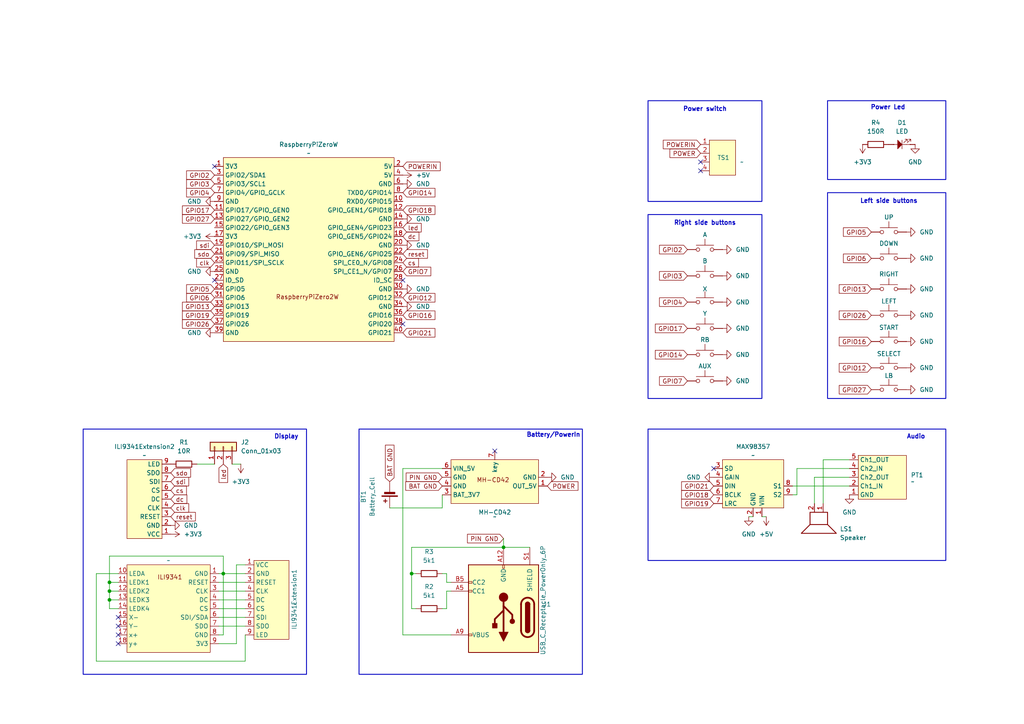
<source format=kicad_sch>
(kicad_sch (version 20231120) (generator "eeschema") (generator_version "8.0")
  (paper "A4")
  (lib_symbols
    (symbol "Connector:USB_C_Receptacle_PowerOnly_6P" (pin_names (offset 1.016))
      (property "Reference" "J" (at 0 16.51 0))
      (property "Value" "USB_C_Receptacle_PowerOnly_6P" (at 0 13.97 0))
      (symbol "USB_C_Receptacle_PowerOnly_6P_0_0"
        (rectangle (start -0.254 -12.7) (end 0.254 -11.684))
        (rectangle (start 10.16 -7.366) (end 9.144 -7.874))
        (rectangle (start 10.16 -4.826) (end 9.144 -5.334))
        (rectangle (start 10.16 7.874) (end 9.144 7.366))
      )
      (symbol "USB_C_Receptacle_PowerOnly_6P_0_1"
        (rectangle (start -10.16 12.7) (end 10.16 -12.7) (stroke (width 0.254)) (fill (type background)))
        (arc (start -8.89 -1.27) (mid -6.985 -3.1667) (end -5.08 -1.27) (stroke (width 0.508)))
        (arc (start -7.62 -1.27) (mid -6.985 -1.9023) (end -6.35 -1.27) (stroke (width 0.254)))
        (arc (start -7.62 -1.27) (mid -6.985 -1.9023) (end -6.35 -1.27) (stroke (width 0.254)) (fill (type outline)))
        (rectangle (start -7.62 -1.27) (end -6.35 6.35) (stroke (width 0.254)) (fill (type outline)))
        (arc (start -6.35 6.35) (mid -6.985 6.9823) (end -7.62 6.35) (stroke (width 0.254)))
        (arc (start -6.35 6.35) (mid -6.985 6.9823) (end -7.62 6.35) (stroke (width 0.254)) (fill (type outline)))
        (arc (start -5.08 6.35) (mid -6.985 8.2467) (end -8.89 6.35) (stroke (width 0.508)))
        (circle (center -2.54 3.683) (radius 0.635) (stroke (width 0.254)) (fill (type outline)))
        (circle (center 0 -3.302) (radius 1.27) (fill (type outline)))
        (polyline (pts (xy -8.89 -1.27) (xy -8.89 6.35)) (stroke (width 0.508)))
        (polyline (pts (xy -5.08 6.35) (xy -5.08 -1.27)) (stroke (width 0.508)))
        (polyline (pts (xy 0 -3.302) (xy 0 6.858)) (stroke (width 0.508)))
        (polyline (pts (xy 0 -0.762) (xy -2.54 1.778) (xy -2.54 3.048)) (stroke (width 0.508)))
        (polyline (pts (xy 0 0.508) (xy 2.54 3.048) (xy 2.54 4.318)) (stroke (width 0.508)))
        (polyline (pts (xy -1.27 6.858) (xy 0 9.398) (xy 1.27 6.858) (xy -1.27 6.858)) (stroke (width 0.254)) (fill (type outline)))
        (rectangle (start 1.905 4.318) (end 3.175 5.588) (stroke (width 0.254)) (fill (type outline)))
      )
      (symbol "USB_C_Receptacle_PowerOnly_6P_1_1"
        (pin passive line (at 0 -17.78 90) (length 5.08) (name "GND") (number "A12"))
        (pin bidirectional line (at 15.24 -5.08 180) (length 5.08) (name "CC1") (number "A5"))
        (pin passive line (at 15.24 7.62 180) (length 5.08) (name "VBUS") (number "A9"))
        (pin passive line (at 0 -17.78 90) (length 5.08) hide (name "GND") (number "B12"))
        (pin bidirectional line (at 15.24 -7.62 180) (length 5.08) (name "CC2") (number "B5"))
        (pin passive line (at 15.24 7.62 180) (length 5.08) hide (name "VBUS") (number "B9"))
        (pin passive line (at -7.62 -17.78 90) (length 5.08) (name "SHIELD") (number "S1"))
      )
    )
    (symbol "Connector_Generic:Conn_01x03" (pin_names (offset 1.016) hide)
      (property "Reference" "J" (at 0 5.08 0))
      (property "Value" "Conn_01x03" (at 0 -5.08 0))
      (symbol "Conn_01x03_1_1"
        (rectangle (start -1.27 -2.413) (end 0 -2.667) (stroke (width 0.1524)))
        (rectangle (start -1.27 0.127) (end 0 -0.127) (stroke (width 0.1524)))
        (rectangle (start -1.27 2.667) (end 0 2.413) (stroke (width 0.1524)))
        (rectangle (start -1.27 3.81) (end 1.27 -3.81) (stroke (width 0.254)) (fill (type background)))
        (pin passive line (at -5.08 2.54 0) (length 3.81) (name "Pin_1") (number "1"))
        (pin passive line (at -5.08 0 0) (length 3.81) (name "Pin_2") (number "2"))
        (pin passive line (at -5.08 -2.54 0) (length 3.81) (name "Pin_3") (number "3"))
      )
    )
    (symbol "CustomModules:MAX98357"
      (property "Reference" "MAX98357" (at 0 0 0))
      (symbol "MAX98357_1_1"
        (rectangle (start -10.16 3.81) (end 7.62 -10.16) (fill (type background)))
        (pin power_in line (at 1.27 -12.7 90) (length 2.54) (name "VIN") (number "1"))
        (pin power_in line (at -1.27 -12.7 90) (length 2.54) (name "GND") (number "2"))
        (pin bidirectional line (at -12.7 1.27 0) (length 2.54) (name "SD") (number "3"))
        (pin bidirectional line (at -12.7 -1.27 0) (length 2.54) (name "GAIN") (number "4"))
        (pin bidirectional line (at -12.7 -3.81 0) (length 2.54) (name "DIN") (number "5"))
        (pin bidirectional line (at -12.7 -6.35 0) (length 2.54) (name "BCLK") (number "6"))
        (pin bidirectional line (at -12.7 -8.89 0) (length 2.54) (name "LRC") (number "7"))
        (pin output line (at 10.16 -3.81 180) (length 2.54) (name "S1") (number "8"))
        (pin output line (at 10.16 -6.35 180) (length 2.54) (name "S2") (number "9"))
      )
    )
    (symbol "CustomModules:MH-CD42"
      (property "Reference" "MH-CD42" (at 0.508 1.778 0))
      (symbol "MH-CD42_1_1"
        (rectangle (start -13.97 6.35) (end 11.43 -6.35) (fill (type background)))
        (text "MH-CD42" (at -0.762 -0.508 0) (effects (font (size 1.27 1.27))))
        (pin power_out line (at -16.51 1.27 0) (length 2.54) (name "OUT_5V") (number "1"))
        (pin power_in line (at -16.51 -1.27 0) (length 2.54) (name "GND") (number "2"))
        (pin power_in line (at 13.97 3.81 180) (length 2.54) (name "BAT_3V7") (number "3"))
        (pin power_in line (at 13.97 1.27 180) (length 2.54) (name "GND") (number "4"))
        (pin power_in line (at 13.97 -1.27 180) (length 2.54) (name "GND") (number "5"))
        (pin power_in line (at 13.97 -3.81 180) (length 2.54) (name "VIN_5V") (number "6"))
        (pin passive line (at -1.27 -8.89 90) (length 2.54) (name "key") (number "7"))
      )
    )
    (symbol "CustomModules:Pot_B103"
      (property "Reference" "B103" (at 0.508 2.54 0))
      (symbol "Pot_B103_1_1"
        (rectangle (start -2.54 6.35) (end 11.43 -6.35) (fill (type background)))
        (pin power_in line (at 13.97 5.08 180) (length 2.54) (name "GND") (number "1"))
        (pin input line (at 13.97 2.54 180) (length 2.54) (name "Ch1_IN") (number "2"))
        (pin output line (at 13.97 0 180) (length 2.54) (name "Ch2_OUT") (number "3"))
        (pin input line (at 13.97 -2.54 180) (length 2.54) (name "Ch2_IN") (number "4"))
        (pin output line (at 13.97 -5.08 180) (length 2.54) (name "Ch1_OUT") (number "5"))
      )
    )
    (symbol "CustomModules:gba_toggle_switch"
      (property "Reference" "TS" (at 6.096 -8.89 0))
      (symbol "gba_toggle_switch_1_1"
        (rectangle (start 2.54 -3.81) (end 10.16 -13.97) (fill (type background)))
        (pin input line (at 0 -5.08 0) (length 2.54) (name "") (number "1"))
        (pin input line (at 0 -7.62 0) (length 2.54) (name "") (number "2"))
        (pin input line (at 0 -10.16 0) (length 2.54) (name "") (number "3"))
        (pin input line (at 0 -12.7 0) (length 2.54) (name "") (number "4"))
      )
    )
    (symbol "Device:Battery_Cell" (pin_numbers hide) (pin_names (offset 0) hide)
      (property "Reference" "BT" (at 2.54 2.54 0))
      (property "Value" "Battery_Cell" (at 2.54 0 0))
      (symbol "Battery_Cell_0_1"
        (rectangle (start -2.286 1.778) (end 2.286 1.524) (fill (type outline)))
        (rectangle (start -1.524 1.016) (end 1.524 0.508) (fill (type outline)))
        (polyline (pts (xy 0 0.762) (xy 0 0)))
        (polyline (pts (xy 0 1.778) (xy 0 2.54)))
        (polyline (pts (xy 0.762 3.048) (xy 1.778 3.048)) (stroke (width 0.254)))
        (polyline (pts (xy 1.27 3.556) (xy 1.27 2.54)) (stroke (width 0.254)))
      )
      (symbol "Battery_Cell_1_1"
        (pin passive line (at 0 5.08 270) (length 2.54) (name "+") (number "1"))
        (pin passive line (at 0 -2.54 90) (length 2.54) (name "-") (number "2"))
      )
    )
    (symbol "Device:Speaker" (pin_names (offset 0) hide)
      (property "Reference" "LS" (at 1.27 5.715 0))
      (property "Value" "Speaker" (at 1.27 3.81 0))
      (symbol "Speaker_0_0"
        (rectangle (start -2.54 1.27) (end 1.016 -3.81) (stroke (width 0.254)))
        (polyline (pts (xy 1.016 1.27) (xy 3.556 3.81) (xy 3.556 -6.35) (xy 1.016 -3.81)) (stroke (width 0.254)))
      )
      (symbol "Speaker_1_1"
        (pin input line (at -5.08 0 0) (length 2.54) (name "1") (number "1"))
        (pin input line (at -5.08 -2.54 0) (length 2.54) (name "2") (number "2"))
      )
    )
    (symbol "ILI9341 8pin_extension_2"
      (property "Reference" "ILI9341Extension1" (at 10.16 -3.1749 0))
      (property "Value" "~" (at 10.16 -5.08 0))
      (symbol "ILI9341 8pin_extension_2_1_1"
        (rectangle (start -1.27 7.62) (end 8.89 -15.24) (fill (type background)))
        (pin bidirectional line (at -3.81 6.35 0) (length 2.54) (name "VCC") (number "1"))
        (pin bidirectional line (at -3.81 3.81 0) (length 2.54) (name "GND") (number "2"))
        (pin bidirectional line (at -3.81 1.27 0) (length 2.54) (name "RESET") (number "3"))
        (pin bidirectional line (at -3.81 -1.27 0) (length 2.54) (name "CLK") (number "4"))
        (pin bidirectional line (at -3.81 -3.81 0) (length 2.54) (name "DC") (number "5"))
        (pin bidirectional line (at -3.81 -6.35 0) (length 2.54) (name "CS") (number "6"))
        (pin bidirectional line (at -3.81 -8.89 0) (length 2.54) (name "SDI") (number "7"))
        (pin bidirectional line (at -3.81 -11.43 0) (length 2.54) (name "SDO") (number "8"))
        (pin bidirectional line (at -3.81 -13.97 0) (length 2.54) (name "LED") (number "9"))
      )
    )
    (symbol "PCM_SL_Devices:LED"
      (property "Reference" "D" (at -0.508 5.334 0))
      (property "Value" "LED" (at -0.508 2.794 0))
      (symbol "LED_0_1"
        (polyline (pts (xy -1.27 0) (xy -2.54 0)))
        (polyline (pts (xy 0 1.27) (xy 0 -1.27)))
        (polyline (pts (xy 0.508 0.508) (xy 1.524 1.524)))
        (polyline (pts (xy 1.27 0) (xy 2.54 0)))
        (polyline (pts (xy 1.524 0.508) (xy 2.54 1.524)))
        (polyline (pts (xy 1.524 1.524) (xy 0.889 1.524)))
        (polyline (pts (xy 1.524 1.524) (xy 1.524 0.889)))
        (polyline (pts (xy 2.54 1.524) (xy 1.905 1.524)))
        (polyline (pts (xy 2.54 1.524) (xy 2.54 0.889)))
        (polyline (pts (xy 0 0) (xy -1.27 -1.27) (xy -1.27 1.27) (xy 0 0) (xy 1.27 0)) (fill (type outline)))
      )
      (symbol "LED_1_1"
        (pin passive line (at 3.81 0 180) (length 1.5) (name "~") (number "1"))
        (pin passive line (at -3.81 0 0) (length 1.5) (name "") (number "2"))
      )
    )
    (symbol "PCM_SL_Resistors:Resistor"
      (property "Reference" "R" (at 0 5.08 0))
      (property "Value" "Resistor" (at 0 2.54 0))
      (symbol "Resistor_0_1"
        (rectangle (start -2.286 0.889) (end 2.286 -0.889) (stroke (width 0.24)))
      )
      (symbol "Resistor_1_1"
        (pin passive line (at -3.81 0 0) (length 1.5) (name "") (number "1"))
        (pin passive line (at 3.81 0 180) (length 1.5) (name "~") (number "2"))
      )
    )
    (symbol "RaspberryPi:Raspberry_Pi_Zero_2_W"
      (property "Reference" "RaspberryPiZero2W" (at 7.874 -0.508 0))
      (symbol "Raspberry_Pi_Zero_2_W_1_0"
        (pin bidirectional line (at -19.05 29.21 0) (length 2.54) (name "GPIO3/SCL1") (number "5"))
      )
      (symbol "Raspberry_Pi_Zero_2_W_1_1"
        (rectangle (start -16.51 36.83) (end 33.02 -16.51) (fill (type background)))
        (text "RaspberryPiZero2W" (at 7.874 -3.556 0) (effects (font (size 1.27 1.27))))
        (pin power_in line (at -19.05 34.29 0) (length 2.54) (name "3V3") (number "1"))
        (pin bidirectional line (at 35.56 24.13 180) (length 2.54) (name "RXD0/GPIO15") (number "10"))
        (pin bidirectional line (at -19.05 21.59 0) (length 2.54) (name "GPIO17/GPIO_GEN0") (number "11"))
        (pin bidirectional line (at 35.56 21.59 180) (length 2.54) (name "GPIO_GEN1/GPIO18") (number "12"))
        (pin bidirectional line (at -19.05 19.05 0) (length 2.54) (name "GPIO27/GPIO_GEN2") (number "13"))
        (pin power_in line (at 35.56 19.05 180) (length 2.54) (name "GND") (number "14"))
        (pin bidirectional line (at -19.05 16.51 0) (length 2.54) (name "GPIO22/GPIO_GEN3") (number "15"))
        (pin bidirectional line (at 35.56 16.51 180) (length 2.54) (name "GPIO_GEN4/GPIO23") (number "16"))
        (pin power_in line (at -19.05 13.97 0) (length 2.54) (name "3V3") (number "17"))
        (pin bidirectional line (at 35.56 13.97 180) (length 2.54) (name "GPIO_GEN5/GPIO24") (number "18"))
        (pin bidirectional line (at -19.05 11.43 0) (length 2.54) (name "GPIO10/SPI_MOSI") (number "19"))
        (pin power_in line (at 35.56 34.29 180) (length 2.54) (name "5V") (number "2"))
        (pin power_in line (at 35.56 11.43 180) (length 2.54) (name "GND") (number "20"))
        (pin bidirectional line (at -19.05 8.89 0) (length 2.54) (name "GPIO9/SPI_MISO") (number "21"))
        (pin bidirectional line (at 35.56 8.89 180) (length 2.54) (name "GPIO_GEN6/GPIO25") (number "22"))
        (pin bidirectional line (at -19.05 6.35 0) (length 2.54) (name "GPIO11/SPI_SCLK") (number "23"))
        (pin bidirectional line (at 35.56 6.35 180) (length 2.54) (name "SPI_CE0_N/GPIO8") (number "24"))
        (pin power_in line (at -19.05 3.81 0) (length 2.54) (name "GND") (number "25"))
        (pin bidirectional line (at 35.56 3.81 180) (length 2.54) (name "SPI_CE1_N/GPIO7") (number "26"))
        (pin bidirectional line (at -19.05 1.27 0) (length 2.54) (name "ID_SD") (number "27"))
        (pin bidirectional line (at 35.56 1.27 180) (length 2.54) (name "ID_SC") (number "28"))
        (pin bidirectional line (at -19.05 -1.27 0) (length 2.54) (name "GPIO5") (number "29"))
        (pin bidirectional line (at -19.05 31.75 0) (length 2.54) (name "GPIO2/SDA1") (number "3"))
        (pin power_in line (at 35.56 -1.27 180) (length 2.54) (name "GND") (number "30"))
        (pin bidirectional line (at -19.05 -3.81 0) (length 2.54) (name "GPIO6") (number "31"))
        (pin bidirectional line (at 35.56 -3.81 180) (length 2.54) (name "GPIO12") (number "32"))
        (pin bidirectional line (at -19.05 -6.35 0) (length 2.54) (name "GPIO13") (number "33"))
        (pin power_in line (at 35.56 -6.35 180) (length 2.54) (name "GND") (number "34"))
        (pin bidirectional line (at -19.05 -8.89 0) (length 2.54) (name "GPIO19") (number "35"))
        (pin bidirectional line (at 35.56 -8.89 180) (length 2.54) (name "GPIO16") (number "36"))
        (pin bidirectional line (at -19.05 -11.43 0) (length 2.54) (name "GPIO26") (number "37"))
        (pin bidirectional line (at 35.56 -11.43 180) (length 2.54) (name "GPIO20") (number "38"))
        (pin power_in line (at -19.05 -13.97 0) (length 2.54) (name "GND") (number "39"))
        (pin power_in line (at 35.56 31.75 180) (length 2.54) (name "5V") (number "4"))
        (pin bidirectional line (at 35.56 -13.97 180) (length 2.54) (name "GPIO21") (number "40"))
        (pin power_in line (at 35.56 29.21 180) (length 2.54) (name "GND") (number "6"))
        (pin bidirectional line (at -19.05 26.67 0) (length 2.54) (name "GPIO4/GPIO_GCLK") (number "7"))
        (pin bidirectional line (at 35.56 26.67 180) (length 2.54) (name "TXD0/GPIO14") (number "8"))
        (pin power_in line (at -19.05 24.13 0) (length 2.54) (name "GND") (number "9"))
      )
    )
    (symbol "Switch:SW_Push" (pin_numbers hide) (pin_names (offset 1.016) hide)
      (property "Reference" "SW" (at 1.27 2.54 0))
      (property "Value" "SW_Push" (at 0 -1.524 0))
      (symbol "SW_Push_0_1"
        (circle (center -2.032 0) (radius 0.508))
        (polyline (pts (xy 0 1.27) (xy 0 3.048)))
        (polyline (pts (xy 2.54 1.27) (xy -2.54 1.27)))
        (circle (center 2.032 0) (radius 0.508))
        (pin passive line (at -5.08 0 0) (length 2.54) (name "1") (number "1"))
        (pin passive line (at 5.08 0 180) (length 2.54) (name "2") (number "2"))
      )
    )
    (symbol "displays:ILI9341"
      (property "Reference" "ILI9341" (at 18.796 24.892 0))
      (symbol "ILI9341_1_1"
        (rectangle (start 6.35 26.67) (end 30.48 1.27) (fill (type background)))
        (text "ILI9341" (at 18.796 23.114 0) (effects (font (size 1.27 1.27))))
        (pin power_in line (at 33.02 24.13 180) (length 2.54) (name "GND") (number "1"))
        (pin bidirectional line (at 3.81 24.13 0) (length 2.54) (name "LEDA") (number "10"))
        (pin bidirectional line (at 3.81 21.59 0) (length 2.54) (name "LEDK1") (number "11"))
        (pin bidirectional line (at 3.81 19.05 0) (length 2.54) (name "LEDK2") (number "12"))
        (pin bidirectional line (at 3.81 16.51 0) (length 2.54) (name "LEDK3") (number "13"))
        (pin bidirectional line (at 3.81 13.97 0) (length 2.54) (name "LEDK4") (number "14"))
        (pin bidirectional line (at 3.81 11.43 0) (length 2.54) (name "X-") (number "15"))
        (pin bidirectional line (at 3.81 8.89 0) (length 2.54) (name "Y-") (number "16"))
        (pin bidirectional line (at 3.81 6.35 0) (length 2.54) (name "x+") (number "17"))
        (pin bidirectional line (at 3.81 3.81 0) (length 2.54) (name "y+") (number "18"))
        (pin bidirectional line (at 33.02 21.59 180) (length 2.54) (name "RESET") (number "2"))
        (pin bidirectional line (at 33.02 19.05 180) (length 2.54) (name "CLK") (number "3"))
        (pin bidirectional line (at 33.02 16.51 180) (length 2.54) (name "DC") (number "4"))
        (pin bidirectional line (at 33.02 13.97 180) (length 2.54) (name "CS") (number "5"))
        (pin input line (at 33.02 11.43 180) (length 2.54) (name "SDI/SDA") (number "6"))
        (pin output line (at 33.02 8.89 180) (length 2.54) (name "SDO") (number "7"))
        (pin power_in line (at 33.02 6.35 180) (length 2.54) (name "GND") (number "8"))
        (pin power_in line (at 33.02 3.81 180) (length 2.54) (name "3V3") (number "9"))
      )
    )
    (symbol "power:+3V3" (power) (pin_numbers hide) (pin_names (offset 0) hide)
      (property "Value" "+3V3" (at 0 3.556 0))
      (symbol "+3V3_0_1"
        (polyline (pts (xy -0.762 1.27) (xy 0 2.54)))
        (polyline (pts (xy 0 0) (xy 0 2.54)))
        (polyline (pts (xy 0 2.54) (xy 0.762 1.27)))
      )
      (symbol "+3V3_1_1"
        (pin power_in line (at 0 0 90) (length 0) (name "~") (number "1"))
      )
    )
    (symbol "power:+5V" (power) (pin_numbers hide) (pin_names (offset 0) hide)
      (property "Value" "+5V" (at 0 3.556 0))
      (symbol "+5V_0_1"
        (polyline (pts (xy -0.762 1.27) (xy 0 2.54)))
        (polyline (pts (xy 0 0) (xy 0 2.54)))
        (polyline (pts (xy 0 2.54) (xy 0.762 1.27)))
      )
      (symbol "+5V_1_1"
        (pin power_in line (at 0 0 90) (length 0) (name "~") (number "1"))
      )
    )
    (symbol "power:GND" (power) (pin_numbers hide) (pin_names (offset 0) hide)
      (property "Value" "GND" (at 0 -3.81 0))
      (symbol "GND_0_1"
        (polyline (pts (xy 0 0) (xy 0 -1.27) (xy 1.27 -1.27) (xy 0 -2.54) (xy -1.27 -1.27) (xy 0 -1.27)))
      )
      (symbol "GND_1_1"
        (pin power_in line (at 0 0 270) (length 0) (name "~") (number "1"))
      )
    )
  )
  (junction (at 31.75 168.91))
  (junction (at 64.77 166.37))
  (junction (at 31.75 171.45))
  (junction (at 146.05 158.75))
  (junction (at 31.75 173.99))
  (junction (at 119.38 166.37))
  (no_connect (at 203.2 46.99))
  (no_connect (at 62.23 81.28))
  (no_connect (at 203.2 49.53))
  (no_connect (at 34.29 186.69))
  (no_connect (at 143.51 130.81))
  (no_connect (at 116.84 81.28))
  (no_connect (at 34.29 181.61))
  (no_connect (at 62.23 48.26))
  (no_connect (at 116.84 93.98))
  (no_connect (at 34.29 179.07))
  (no_connect (at 34.29 184.15))
  (no_connect (at 207.01 135.89))
  (wire (pts (xy 34.29 166.37) (xy 27.94 166.37)))
  (wire (pts (xy 57.15 134.62) (xy 62.23 134.62)))
  (wire (pts (xy 128.27 147.32) (xy 128.27 143.51)))
  (wire (pts (xy 129.54 171.45) (xy 130.81 171.45)))
  (wire (pts (xy 63.5 166.37) (xy 64.77 166.37)))
  (wire (pts (xy 64.77 184.15) (xy 64.77 166.37)))
  (wire (pts (xy 63.5 171.45) (xy 71.12 171.45)))
  (wire (pts (xy 71.12 191.77) (xy 71.12 184.15)))
  (wire (pts (xy 246.38 133.35) (xy 238.76 133.35)))
  (wire (pts (xy 64.77 166.37) (xy 71.12 166.37)))
  (wire (pts (xy 113.03 147.32) (xy 128.27 147.32)))
  (wire (pts (xy 119.38 176.53) (xy 119.38 166.37)))
  (wire (pts (xy 120.65 166.37) (xy 119.38 166.37)))
  (wire (pts (xy 238.76 133.35) (xy 238.76 146.05)))
  (wire (pts (xy 63.5 168.91) (xy 71.12 168.91)))
  (wire (pts (xy 67.31 134.62) (xy 69.85 134.62)))
  (wire (pts (xy 31.75 171.45) (xy 34.29 171.45)))
  (wire (pts (xy 119.38 158.75) (xy 119.38 166.37)))
  (wire (pts (xy 27.94 191.77) (xy 71.12 191.77)))
  (wire (pts (xy 31.75 176.53) (xy 34.29 176.53)))
  (wire (pts (xy 63.5 176.53) (xy 71.12 176.53)))
  (wire (pts (xy 63.5 186.69) (xy 68.58 186.69)))
  (wire (pts (xy 120.65 176.53) (xy 119.38 176.53)))
  (wire (pts (xy 116.84 184.15) (xy 130.81 184.15)))
  (wire (pts (xy 31.75 168.91) (xy 34.29 168.91)))
  (wire (pts (xy 64.77 161.29) (xy 64.77 166.37)))
  (wire (pts (xy 68.58 186.69) (xy 68.58 163.83)))
  (wire (pts (xy 236.22 138.43) (xy 236.22 146.05)))
  (wire (pts (xy 128.27 166.37) (xy 129.54 166.37)))
  (wire (pts (xy 222.25 149.86) (xy 220.98 149.86)))
  (wire (pts (xy 31.75 168.91) (xy 31.75 161.29)))
  (wire (pts (xy 229.87 143.51) (xy 231.14 143.51)))
  (wire (pts (xy 63.5 173.99) (xy 71.12 173.99)))
  (wire (pts (xy 68.58 163.83) (xy 71.12 163.83)))
  (wire (pts (xy 146.05 158.75) (xy 153.67 158.75)))
  (wire (pts (xy 119.38 158.75) (xy 146.05 158.75)))
  (wire (pts (xy 31.75 168.91) (xy 31.75 171.45)))
  (wire (pts (xy 116.84 184.15) (xy 116.84 135.89)))
  (wire (pts (xy 31.75 173.99) (xy 31.75 176.53)))
  (wire (pts (xy 27.94 166.37) (xy 27.94 191.77)))
  (wire (pts (xy 217.17 149.86) (xy 218.44 149.86)))
  (wire (pts (xy 128.27 176.53) (xy 129.54 176.53)))
  (wire (pts (xy 63.5 179.07) (xy 71.12 179.07)))
  (wire (pts (xy 146.05 156.21) (xy 146.05 158.75)))
  (wire (pts (xy 229.87 140.97) (xy 246.38 140.97)))
  (wire (pts (xy 116.84 135.89) (xy 128.27 135.89)))
  (wire (pts (xy 31.75 173.99) (xy 34.29 173.99)))
  (wire (pts (xy 63.5 184.15) (xy 64.77 184.15)))
  (wire (pts (xy 63.5 181.61) (xy 71.12 181.61)))
  (wire (pts (xy 129.54 176.53) (xy 129.54 171.45)))
  (wire (pts (xy 246.38 138.43) (xy 236.22 138.43)))
  (wire (pts (xy 231.14 143.51) (xy 231.14 135.89)))
  (wire (pts (xy 129.54 168.91) (xy 130.81 168.91)))
  (wire (pts (xy 31.75 161.29) (xy 64.77 161.29)))
  (wire (pts (xy 231.14 135.89) (xy 246.38 135.89)))
  (wire (pts (xy 31.75 171.45) (xy 31.75 173.99)))
  (wire (pts (xy 129.54 166.37) (xy 129.54 168.91)))
  (rectangle (start 24.13 124.46) (end 88.9 195.58) (stroke (width 0.254)))
  (rectangle (start 240.03 29.21) (end 274.32 52.07) (stroke (width 0.254)))
  (rectangle (start 187.96 62.23) (end 220.98 115.57) (stroke (width 0.254)))
  (rectangle (start 104.14 124.46) (end 168.91 195.58) (stroke (width 0.254)))
  (rectangle (start 187.96 29.21) (end 220.98 58.42) (stroke (width 0.254)))
  (rectangle (start 187.96 124.46) (end 274.32 162.56) (stroke (width 0.254)))
  (rectangle (start 240.03 55.88) (end 274.32 115.57) (stroke (width 0.254)))
  (text "Audio" (at 265.684 126.746 0) (effects (font (size 1.27 1.27) (thickness 0.254) (bold yes))))
  (text "Power Led" (at 257.556 31.242 0) (effects (font (size 1.27 1.27) (thickness 0.254) (bold yes))))
  (text "Right side buttons" (at 204.47 64.77 0) (effects (font (size 1.27 1.27) (thickness 0.254) (bold yes))))
  (text "Power switch\n" (at 204.47 31.75 0) (effects (font (size 1.27 1.27) (thickness 0.254) (bold yes))))
  (text "Display" (at 83.058 126.746 0) (effects (font (size 1.27 1.27) (thickness 0.254) (bold yes))))
  (text "Battery/PowerIn" (at 160.528 126.238 0) (effects (font (size 1.27 1.27) (thickness 0.254) (bold yes))))
  (text "Left side buttons" (at 257.81 58.42 0) (effects (font (size 1.27 1.27) (thickness 0.254) (bold yes))))
  (global_label "GPIO2" (shape input) (at 62.23 50.8 180) (property "Intersheetrefs" "${INTERSHEET_REFS}" (effects (hide yes))))
  (global_label "GPIO4" (shape input) (at 62.23 55.88 180) (property "Intersheetrefs" "${INTERSHEET_REFS}" (effects (hide yes))))
  (global_label "POWER" (shape input) (at 158.75 140.97 0) (property "Intersheetrefs" "${INTERSHEET_REFS}" (effects (hide yes))))
  (global_label "GPIO12" (shape input) (at 252.73 106.68 180) (property "Intersheetrefs" "${INTERSHEET_REFS}" (effects (hide yes))))
  (global_label "led" (shape input) (at 64.77 134.62 270) (property "Intersheetrefs" "${INTERSHEET_REFS}" (effects (hide yes))))
  (global_label "sdi" (shape input) (at 62.23 71.12 180) (property "Intersheetrefs" "${INTERSHEET_REFS}" (effects (hide yes))))
  (global_label "GPIO3" (shape input) (at 199.39 80.01 180) (property "Intersheetrefs" "${INTERSHEET_REFS}" (effects (hide yes))))
  (global_label "PIN GND" (shape input) (at 128.27 138.43 180) (property "Intersheetrefs" "${INTERSHEET_REFS}" (effects (hide yes))))
  (global_label "GPIO26" (shape input) (at 62.23 93.98 180) (property "Intersheetrefs" "${INTERSHEET_REFS}" (effects (hide yes))))
  (global_label "GPIO18" (shape input) (at 116.84 60.96 0) (property "Intersheetrefs" "${INTERSHEET_REFS}" (effects (hide yes))))
  (global_label "GPIO16" (shape input) (at 116.84 91.44 0) (property "Intersheetrefs" "${INTERSHEET_REFS}" (effects (hide yes))))
  (global_label "GPIO26" (shape input) (at 252.73 91.44 180) (property "Intersheetrefs" "${INTERSHEET_REFS}" (effects (hide yes))))
  (global_label "POWERIN" (shape input) (at 203.2 41.91 180) (property "Intersheetrefs" "${INTERSHEET_REFS}" (effects (hide yes))))
  (global_label "reset" (shape input) (at 49.53 149.86 0) (property "Intersheetrefs" "${INTERSHEET_REFS}" (effects (hide yes))))
  (global_label "sdo" (shape input) (at 62.23 73.66 180) (property "Intersheetrefs" "${INTERSHEET_REFS}" (effects (hide yes))))
  (global_label "GPIO5" (shape input) (at 252.73 67.31 180) (property "Intersheetrefs" "${INTERSHEET_REFS}" (effects (hide yes))))
  (global_label "PIN GND" (shape input) (at 146.05 156.21 180) (property "Intersheetrefs" "${INTERSHEET_REFS}" (effects (hide yes))))
  (global_label "GPIO2" (shape input) (at 199.39 72.39 180) (property "Intersheetrefs" "${INTERSHEET_REFS}" (effects (hide yes))))
  (global_label "BAT GND" (shape input) (at 128.27 140.97 180) (property "Intersheetrefs" "${INTERSHEET_REFS}" (effects (hide yes))))
  (global_label "clk" (shape input) (at 62.23 76.2 180) (property "Intersheetrefs" "${INTERSHEET_REFS}" (effects (hide yes))))
  (global_label "GPIO27" (shape input) (at 62.23 63.5 180) (property "Intersheetrefs" "${INTERSHEET_REFS}" (effects (hide yes))))
  (global_label "dc" (shape input) (at 49.53 144.78 0) (property "Intersheetrefs" "${INTERSHEET_REFS}" (effects (hide yes))))
  (global_label "GPIO17" (shape input) (at 62.23 60.96 180) (property "Intersheetrefs" "${INTERSHEET_REFS}" (effects (hide yes))))
  (global_label "dc" (shape input) (at 116.84 68.58 0) (property "Intersheetrefs" "${INTERSHEET_REFS}" (effects (hide yes))))
  (global_label "GPIO21" (shape input) (at 207.01 140.97 180) (property "Intersheetrefs" "${INTERSHEET_REFS}" (effects (hide yes))))
  (global_label "BAT GND" (shape input) (at 113.03 139.7 90) (property "Intersheetrefs" "${INTERSHEET_REFS}" (effects (hide yes))))
  (global_label "GPIO14" (shape input) (at 199.39 102.87 180) (property "Intersheetrefs" "${INTERSHEET_REFS}" (effects (hide yes))))
  (global_label "GPIO13" (shape input) (at 252.73 83.82 180) (property "Intersheetrefs" "${INTERSHEET_REFS}" (effects (hide yes))))
  (global_label "GPIO13" (shape input) (at 62.23 88.9 180) (property "Intersheetrefs" "${INTERSHEET_REFS}" (effects (hide yes))))
  (global_label "cs" (shape input) (at 116.84 76.2 0) (property "Intersheetrefs" "${INTERSHEET_REFS}" (effects (hide yes))))
  (global_label "POWERIN" (shape input) (at 116.84 48.26 0) (property "Intersheetrefs" "${INTERSHEET_REFS}" (effects (hide yes))))
  (global_label "GPIO16" (shape input) (at 252.73 99.06 180) (property "Intersheetrefs" "${INTERSHEET_REFS}" (effects (hide yes))))
  (global_label "GPIO7" (shape input) (at 116.84 78.74 0) (property "Intersheetrefs" "${INTERSHEET_REFS}" (effects (hide yes))))
  (global_label "GPIO27" (shape input) (at 252.73 113.03 180) (property "Intersheetrefs" "${INTERSHEET_REFS}" (effects (hide yes))))
  (global_label "GPIO21" (shape input) (at 116.84 96.52 0) (property "Intersheetrefs" "${INTERSHEET_REFS}" (effects (hide yes))))
  (global_label "GPIO18" (shape input) (at 207.01 143.51 180) (property "Intersheetrefs" "${INTERSHEET_REFS}" (effects (hide yes))))
  (global_label "sdi" (shape input) (at 49.53 139.7 0) (property "Intersheetrefs" "${INTERSHEET_REFS}" (effects (hide yes))))
  (global_label "reset" (shape input) (at 116.84 73.66 0) (property "Intersheetrefs" "${INTERSHEET_REFS}" (effects (hide yes))))
  (global_label "GPIO4" (shape input) (at 199.39 87.63 180) (property "Intersheetrefs" "${INTERSHEET_REFS}" (effects (hide yes))))
  (global_label "GPIO6" (shape input) (at 62.23 86.36 180) (property "Intersheetrefs" "${INTERSHEET_REFS}" (effects (hide yes))))
  (global_label "GPIO19" (shape input) (at 207.01 146.05 180) (property "Intersheetrefs" "${INTERSHEET_REFS}" (effects (hide yes))))
  (global_label "GPIO14" (shape input) (at 116.84 55.88 0) (property "Intersheetrefs" "${INTERSHEET_REFS}" (effects (hide yes))))
  (global_label "GPIO12" (shape input) (at 116.84 86.36 0) (property "Intersheetrefs" "${INTERSHEET_REFS}" (effects (hide yes))))
  (global_label "clk" (shape input) (at 49.53 147.32 0) (property "Intersheetrefs" "${INTERSHEET_REFS}" (effects (hide yes))))
  (global_label "GPIO5" (shape input) (at 62.23 83.82 180) (property "Intersheetrefs" "${INTERSHEET_REFS}" (effects (hide yes))))
  (global_label "led" (shape input) (at 116.84 66.04 0) (property "Intersheetrefs" "${INTERSHEET_REFS}" (effects (hide yes))))
  (global_label "GPIO7" (shape input) (at 199.39 110.49 180) (property "Intersheetrefs" "${INTERSHEET_REFS}" (effects (hide yes))))
  (global_label "GPIO17" (shape input) (at 199.39 95.25 180) (property "Intersheetrefs" "${INTERSHEET_REFS}" (effects (hide yes))))
  (global_label "sdo" (shape input) (at 49.53 137.16 0) (property "Intersheetrefs" "${INTERSHEET_REFS}" (effects (hide yes))))
  (global_label "cs" (shape input) (at 49.53 142.24 0) (property "Intersheetrefs" "${INTERSHEET_REFS}" (effects (hide yes))))
  (global_label "GPIO6" (shape input) (at 252.73 74.93 180) (property "Intersheetrefs" "${INTERSHEET_REFS}" (effects (hide yes))))
  (global_label "GPIO3" (shape input) (at 62.23 53.34 180) (property "Intersheetrefs" "${INTERSHEET_REFS}" (effects (hide yes))))
  (global_label "POWER" (shape input) (at 203.2 44.45 180) (property "Intersheetrefs" "${INTERSHEET_REFS}" (effects (hide yes))))
  (global_label "GPIO19" (shape input) (at 62.23 91.44 180) (property "Intersheetrefs" "${INTERSHEET_REFS}" (effects (hide yes))))
  (symbol (lib_id "PCM_SL_Resistors:Resistor") (at 254 41.91 0) (unit 1)
    (property "Reference" "R4" (at 254 35.56 0))
    (property "Value" "150R" (at 254 38.1 0))
    (property "Footprint" "Resistor_THT:R_Axial_DIN0207_L6.3mm_D2.5mm_P10.16mm_Horizontal" (effects (hide yes)))
    (property "Description" "1/4W Resistor" (effects (hide yes)))
  )
  (symbol (lib_id "power:+5V") (at 116.84 50.8 270) (unit 1)
    (property "Reference" "#PWR034" (effects (hide yes)))
    (property "Value" "+5V" (at 120.65 50.7999 90) (effects (justify left)))
    (property "Description" "Power symbol creates a global label with name \"+5V\"" (effects (hide yes)))
  )
  (symbol (lib_id "power:+3V3") (at 69.85 134.62 180) (unit 1)
    (property "Reference" "#PWR038" (effects (hide yes)))
    (property "Value" "+3V3" (at 69.85 139.7 0))
    (property "Description" "Power symbol creates a global label with name \"+3V3\"" (effects (hide yes)))
  )
  (symbol (lib_id "power:GND") (at 116.84 88.9 90) (unit 1)
    (property "Reference" "#PWR025" (effects (hide yes)))
    (property "Value" "GND" (at 120.65 88.8999 90) (effects (justify right)))
    (property "Description" "Power symbol creates a global label with name \"GND\" , ground" (effects (hide yes)))
  )
  (symbol (lib_id "power:GND") (at 265.43 41.91 0) (unit 1)
    (property "Reference" "#PWR030" (effects (hide yes)))
    (property "Value" "GND" (at 265.43 46.99 0))
    (property "Description" "Power symbol creates a global label with name \"GND\" , ground" (effects (hide yes)))
  )
  (symbol (lib_id "power:GND") (at 246.38 143.51 0) (unit 1)
    (property "Reference" "#PWR037" (effects (hide yes)))
    (property "Value" "GND" (at 246.38 148.59 0))
    (property "Description" "Power symbol creates a global label with name \"GND\" , ground" (effects (hide yes)))
  )
  (symbol (lib_id "power:GND") (at 209.55 87.63 90) (unit 1)
    (property "Reference" "#PWR07" (effects (hide yes)))
    (property "Value" "GND" (at 213.36 87.6299 90) (effects (justify right)))
    (property "Description" "Power symbol creates a global label with name \"GND\" , ground" (effects (hide yes)))
  )
  (symbol (lib_id "displays:ILI9341") (at 30.48 190.5 0) (unit 1)
    (property "Reference" "ILI1" (effects (hide yes)))
    (property "Value" "~" (at 48.895 162.56 0))
    (property "Footprint" "CustomModules:ILI9341 solder pad" (effects (hide yes)))
  )
  (symbol (lib_id "power:GND") (at 62.23 96.52 270) (unit 1)
    (property "Reference" "#PWR021" (effects (hide yes)))
    (property "Value" "GND" (at 58.42 96.5199 90) (effects (justify right)))
    (property "Description" "Power symbol creates a global label with name \"GND\" , ground" (effects (hide yes)))
  )
  (symbol (lib_id "Switch:SW_Push") (at 204.47 80.01 0) (unit 1)
    (property "Reference" "B" (at 204.47 75.692 0))
    (property "Value" "B" (effects (hide yes)))
    (property "Footprint" "CustomModules:gba_button_switch_pad" (effects (hide yes)))
    (property "Description" "Push button switch, generic, two pins" (effects (hide yes)))
  )
  (symbol (lib_id "Switch:SW_Push") (at 257.81 74.93 0) (unit 1)
    (property "Reference" "DOWN" (at 257.81 70.612 0))
    (property "Value" "DOWN" (effects (hide yes)))
    (property "Footprint" "CustomModules:gba_button_switch_pad" (effects (hide yes)))
    (property "Description" "Push button switch, generic, two pins" (effects (hide yes)))
  )
  (symbol (lib_id "power:GND") (at 262.89 83.82 90) (unit 1)
    (property "Reference" "#PWR018" (effects (hide yes)))
    (property "Value" "GND" (at 266.7 83.8199 90) (effects (justify right)))
    (property "Description" "Power symbol creates a global label with name \"GND\" , ground" (effects (hide yes)))
  )
  (symbol (lib_id "power:+5V") (at 222.25 149.86 180) (unit 1)
    (property "Reference" "#PWR035" (effects (hide yes)))
    (property "Value" "+5V" (at 222.25 154.94 0))
    (property "Description" "Power symbol creates a global label with name \"+5V\"" (effects (hide yes)))
  )
  (symbol (lib_id "CustomModules:gba_toggle_switch") (at 203.2 36.83 0) (unit 1)
    (property "Reference" "TS1" (at 208.026 45.72 0) (effects (justify left)))
    (property "Value" "~" (at 214.63 46.99 0) (effects (justify left)))
    (property "Footprint" "CustomModules:Toggle switch" (effects (hide yes)))
  )
  (symbol (lib_id "Switch:SW_Push") (at 257.81 99.06 0) (unit 1)
    (property "Reference" "START" (at 257.81 94.996 0))
    (property "Value" "START" (effects (hide yes)))
    (property "Footprint" "CustomModules:gba_button_stsl" (effects (hide yes)))
    (property "Description" "Push button switch, generic, two pins" (effects (hide yes)))
  )
  (symbol (lib_name "ILI9341 8pin_extension_2") (lib_id "CustomModules:ILI9341 8pin_extension") (at 45.72 148.59 180) (unit 1)
    (property "Reference" "ILI9341Extension2" (at 41.91 129.54 0))
    (property "Value" "~" (at 41.91 132.08 0))
    (property "Footprint" "Connector_PinHeader_2.54mm:PinHeader_1x09_P2.54mm_Vertical" (effects (hide yes)))
  )
  (symbol (lib_id "Switch:SW_Push") (at 257.81 67.31 0) (unit 1)
    (property "Reference" "UP" (at 257.81 62.992 0))
    (property "Value" "UP" (effects (hide yes)))
    (property "Footprint" "CustomModules:gba_button_switch_pad" (effects (hide yes)))
    (property "Description" "Push button switch, generic, two pins" (effects (hide yes)))
  )
  (symbol (lib_id "PCM_SL_Resistors:Resistor") (at 53.34 134.62 0) (unit 1)
    (property "Reference" "R1" (at 53.34 128.27 0))
    (property "Value" "10R" (at 53.34 130.81 0))
    (property "Footprint" "Resistor_THT:R_Axial_DIN0207_L6.3mm_D2.5mm_P10.16mm_Horizontal" (effects (hide yes)))
    (property "Description" "1/4W Resistor" (effects (hide yes)))
  )
  (symbol (lib_id "Switch:SW_Push") (at 257.81 83.82 0) (unit 1)
    (property "Reference" "RIGHT" (at 257.81 79.502 0))
    (property "Value" "RIGHT" (effects (hide yes)))
    (property "Footprint" "CustomModules:gba_button_switch_pad" (effects (hide yes)))
    (property "Description" "Push button switch, generic, two pins" (effects (hide yes)))
  )
  (symbol (lib_id "power:GND") (at 158.75 138.43 90) (unit 1)
    (property "Reference" "#PWR01" (effects (hide yes)))
    (property "Value" "GND" (at 162.56 138.4299 90) (effects (justify right)))
    (property "Description" "Power symbol creates a global label with name \"GND\" , ground" (effects (hide yes)))
  )
  (symbol (lib_id "Connector_Generic:Conn_01x03") (at 64.77 129.54 90) (unit 1)
    (property "Reference" "J2" (at 69.85 128.2699 90) (effects (justify right)))
    (property "Value" "Conn_01x03" (at 69.85 130.8099 90) (effects (justify right)))
    (property "Footprint" "TerminalBlock_TE-Connectivity:TerminalBlock_TE_282834-3_1x03_P2.54mm_Horizontal" (effects (hide yes)))
    (property "Description" "Generic connector, single row, 01x03, script generated (kicad-library-utils/schlib/autogen/connector/)" (effects (hide yes)))
  )
  (symbol (lib_id "CustomModules:MAX98357") (at 219.71 137.16 0) (unit 1)
    (property "Reference" "MAX98357" (at 218.44 129.54 0))
    (property "Value" "~" (at 218.44 132.08 0))
    (property "Footprint" "CustomModules:MAX98357" (effects (hide yes)))
  )
  (symbol (lib_id "Device:Battery_Cell") (at 113.03 142.24 180) (unit 1)
    (property "Reference" "BT1" (at 105.41 144.0815 90))
    (property "Value" "Battery_Cell" (at 107.95 144.0815 90))
    (property "Footprint" "Connector_JST:JST_PH_S2B-PH-K_1x02_P2.00mm_Horizontal" (effects (hide yes)))
    (property "Description" "Single-cell battery" (effects (hide yes)))
  )
  (symbol (lib_id "power:GND") (at 62.23 78.74 270) (unit 1)
    (property "Reference" "#PWR022" (effects (hide yes)))
    (property "Value" "GND" (at 58.42 78.7399 90) (effects (justify right)))
    (property "Description" "Power symbol creates a global label with name \"GND\" , ground" (effects (hide yes)))
  )
  (symbol (lib_id "power:GND") (at 262.89 91.44 90) (unit 1)
    (property "Reference" "#PWR017" (effects (hide yes)))
    (property "Value" "GND" (at 266.7 91.4399 90) (effects (justify right)))
    (property "Description" "Power symbol creates a global label with name \"GND\" , ground" (effects (hide yes)))
  )
  (symbol (lib_id "power:GND") (at 116.84 83.82 90) (unit 1)
    (property "Reference" "#PWR026" (effects (hide yes)))
    (property "Value" "GND" (at 120.65 83.8199 90) (effects (justify right)))
    (property "Description" "Power symbol creates a global label with name \"GND\" , ground" (effects (hide yes)))
  )
  (symbol (lib_id "power:GND") (at 116.84 63.5 90) (unit 1)
    (property "Reference" "#PWR024" (effects (hide yes)))
    (property "Value" "GND" (at 120.65 63.4999 90) (effects (justify right)))
    (property "Description" "Power symbol creates a global label with name \"GND\" , ground" (effects (hide yes)))
  )
  (symbol (lib_id "power:GND") (at 209.55 80.01 90) (unit 1)
    (property "Reference" "#PWR06" (effects (hide yes)))
    (property "Value" "GND" (at 213.36 80.0099 90) (effects (justify right)))
    (property "Description" "Power symbol creates a global label with name \"GND\" , ground" (effects (hide yes)))
  )
  (symbol (lib_id "RaspberryPi:Raspberry_Pi_Zero_2_W") (at 81.28 82.55 0) (unit 1)
    (property "Reference" "RaspberryPiZeroW" (at 89.535 41.91 0))
    (property "Value" "~" (at 89.535 44.45 0))
    (property "Footprint" "CustomModules:RPIZero" (effects (hide yes)))
  )
  (symbol (lib_id "power:GND") (at 217.17 149.86 0) (unit 1)
    (property "Reference" "#PWR02" (effects (hide yes)))
    (property "Value" "GND" (at 217.17 154.94 0))
    (property "Description" "Power symbol creates a global label with name \"GND\" , ground" (effects (hide yes)))
  )
  (symbol (lib_id "power:GND") (at 262.89 113.03 90) (unit 1)
    (property "Reference" "#PWR014" (effects (hide yes)))
    (property "Value" "GND" (at 266.7 113.0299 90) (effects (justify right)))
    (property "Description" "Power symbol creates a global label with name \"GND\" , ground" (effects (hide yes)))
  )
  (symbol (lib_id "Switch:SW_Push") (at 204.47 95.25 0) (unit 1)
    (property "Reference" "Y" (at 204.47 90.932 0))
    (property "Value" "Y" (effects (hide yes)))
    (property "Footprint" "CustomModules:gba_button_switch_pad" (effects (hide yes)))
    (property "Description" "Push button switch, generic, two pins" (effects (hide yes)))
  )
  (symbol (lib_id "Switch:SW_Push") (at 204.47 72.39 0) (unit 1)
    (property "Reference" "A" (at 204.47 68.072 0))
    (property "Value" "A" (effects (hide yes)))
    (property "Footprint" "CustomModules:gba_button_switch_pad" (effects (hide yes)))
    (property "Description" "Push button switch, generic, two pins" (effects (hide yes)))
  )
  (symbol (lib_id "CustomModules:MH-CD42") (at 142.24 139.7 180) (unit 1)
    (property "Reference" "MH-CD42" (at 143.51 148.59 0))
    (property "Value" "~" (at 143.51 149.86 0))
    (property "Footprint" "CustomModules:MH-CD42" (effects (hide yes)))
  )
  (symbol (lib_id "Device:Speaker") (at 238.76 151.13 270) (unit 1)
    (property "Reference" "LS1" (at 243.586 153.416 90) (effects (justify left)))
    (property "Value" "Speaker" (at 243.586 155.956 90) (effects (justify left)))
    (property "Footprint" "TestPoint:TestPoint_2Pads_Pitch5.08mm_Drill1.3mm" (effects (hide yes)))
    (property "Description" "Speaker" (effects (hide yes)))
  )
  (symbol (lib_id "power:GND") (at 209.55 102.87 90) (unit 1)
    (property "Reference" "#PWR013" (effects (hide yes)))
    (property "Value" "GND" (at 213.36 102.8699 90) (effects (justify right)))
    (property "Description" "Power symbol creates a global label with name \"GND\" , ground" (effects (hide yes)))
  )
  (symbol (lib_id "power:GND") (at 262.89 74.93 90) (unit 1)
    (property "Reference" "#PWR019" (effects (hide yes)))
    (property "Value" "GND" (at 266.7 74.9299 90) (effects (justify right)))
    (property "Description" "Power symbol creates a global label with name \"GND\" , ground" (effects (hide yes)))
  )
  (symbol (lib_id "power:GND") (at 262.89 67.31 90) (unit 1)
    (property "Reference" "#PWR020" (effects (hide yes)))
    (property "Value" "GND" (at 266.7 67.3099 90) (effects (justify right)))
    (property "Description" "Power symbol creates a global label with name \"GND\" , ground" (effects (hide yes)))
  )
  (symbol (lib_id "power:GND") (at 209.55 72.39 90) (unit 1)
    (property "Reference" "#PWR05" (effects (hide yes)))
    (property "Value" "GND" (at 213.36 72.3899 90) (effects (justify right)))
    (property "Description" "Power symbol creates a global label with name \"GND\" , ground" (effects (hide yes)))
  )
  (symbol (lib_id "power:GND") (at 116.84 71.12 90) (unit 1)
    (property "Reference" "#PWR029" (effects (hide yes)))
    (property "Value" "GND" (at 120.65 71.1199 90) (effects (justify right)))
    (property "Description" "Power symbol creates a global label with name \"GND\" , ground" (effects (hide yes)))
  )
  (symbol (lib_id "power:+3V3") (at 250.19 41.91 180) (unit 1)
    (property "Reference" "#PWR036" (effects (hide yes)))
    (property "Value" "+3V3" (at 250.19 46.99 0))
    (property "Description" "Power symbol creates a global label with name \"+3V3\"" (effects (hide yes)))
  )
  (symbol (lib_id "power:GND") (at 209.55 95.25 90) (unit 1)
    (property "Reference" "#PWR012" (effects (hide yes)))
    (property "Value" "GND" (at 213.36 95.2499 90) (effects (justify right)))
    (property "Description" "Power symbol creates a global label with name \"GND\" , ground" (effects (hide yes)))
  )
  (symbol (lib_id "PCM_SL_Resistors:Resistor") (at 124.46 176.53 0) (unit 1)
    (property "Reference" "R2" (at 124.46 170.18 0))
    (property "Value" "5k1" (at 124.46 172.72 0))
    (property "Footprint" "Resistor_THT:R_Axial_DIN0207_L6.3mm_D2.5mm_P10.16mm_Horizontal" (effects (hide yes)))
    (property "Description" "1/4W Resistor" (effects (hide yes)))
  )
  (symbol (lib_id "CustomModules:Pot_B103") (at 260.35 138.43 180) (unit 1)
    (property "Reference" "PT1" (at 264.16 137.7949 0) (effects (justify right)))
    (property "Value" "~" (at 264.16 139.7 0) (effects (justify right)))
    (property "Footprint" "CustomModules:Pot b103" (effects (hide yes)))
  )
  (symbol (lib_id "power:GND") (at 116.84 53.34 90) (unit 1)
    (property "Reference" "#PWR04" (effects (hide yes)))
    (property "Value" "GND" (at 120.65 53.3399 90) (effects (justify right)))
    (property "Description" "Power symbol creates a global label with name \"GND\" , ground" (effects (hide yes)))
  )
  (symbol (lib_id "Connector:USB_C_Receptacle_PowerOnly_6P") (at 146.05 176.53 180) (unit 1)
    (property "Reference" "J1" (at 157.48 175.2599 0) (effects (justify right)))
    (property "Value" "USB_C_Receptacle_PowerOnly_6P" (at 157.48 189.992 90) (effects (justify right)))
    (property "Footprint" "Connector_USB:USB_C_Receptacle_GCT_USB4125-xx-x_6P_TopMnt_Horizontal" (effects (hide yes)))
    (property "Datasheet" "https://www.usb.org/sites/default/files/documents/usb_type-c.zip" (effects (hide yes)))
    (property "Description" "USB Power-Only 6P Type-C Receptacle connector" (effects (hide yes)))
  )
  (symbol (lib_id "power:GND") (at 209.55 110.49 90) (unit 1)
    (property "Reference" "#PWR027" (effects (hide yes)))
    (property "Value" "GND" (at 213.36 110.4899 90) (effects (justify right)))
    (property "Description" "Power symbol creates a global label with name \"GND\" , ground" (effects (hide yes)))
  )
  (symbol (lib_id "Switch:SW_Push") (at 257.81 113.03 0) (unit 1)
    (property "Reference" "LB" (at 257.81 108.966 0))
    (property "Value" "LB" (effects (hide yes)))
    (property "Footprint" "Button_Switch_THT:SW_Tactile_SPST_Angled_PTS645Vx39-2LFS" (effects (hide yes)))
    (property "Description" "Push button switch, generic, two pins" (effects (hide yes)))
  )
  (symbol (lib_id "power:GND") (at 262.89 106.68 90) (unit 1)
    (property "Reference" "#PWR015" (effects (hide yes)))
    (property "Value" "GND" (at 266.7 106.6799 90) (effects (justify right)))
    (property "Description" "Power symbol creates a global label with name \"GND\" , ground" (effects (hide yes)))
  )
  (symbol (lib_id "Switch:SW_Push") (at 204.47 102.87 0) (unit 1)
    (property "Reference" "RB" (at 204.47 98.552 0))
    (property "Value" "RB" (effects (hide yes)))
    (property "Footprint" "Button_Switch_THT:SW_Tactile_SPST_Angled_PTS645Vx39-2LFS" (effects (hide yes)))
    (property "Description" "Push button switch, generic, two pins" (effects (hide yes)))
  )
  (symbol (lib_id "power:GND") (at 207.01 138.43 270) (unit 1)
    (property "Reference" "#PWR03" (effects (hide yes)))
    (property "Value" "GND" (at 203.2 138.4299 90) (effects (justify right)))
    (property "Description" "Power symbol creates a global label with name \"GND\" , ground" (effects (hide yes)))
  )
  (symbol (lib_id "power:GND") (at 262.89 99.06 90) (unit 1)
    (property "Reference" "#PWR016" (effects (hide yes)))
    (property "Value" "GND" (at 266.7 99.0599 90) (effects (justify right)))
    (property "Description" "Power symbol creates a global label with name \"GND\" , ground" (effects (hide yes)))
  )
  (symbol (lib_id "Switch:SW_Push") (at 257.81 106.68 0) (unit 1)
    (property "Reference" "SELECT" (at 257.81 102.616 0))
    (property "Value" "SELECT" (effects (hide yes)))
    (property "Footprint" "CustomModules:gba_button_stsl" (effects (hide yes)))
    (property "Description" "Push button switch, generic, two pins" (effects (hide yes)))
  )
  (symbol (lib_id "power:GND") (at 62.23 58.42 270) (unit 1)
    (property "Reference" "#PWR023" (effects (hide yes)))
    (property "Value" "GND" (at 58.42 58.4199 90) (effects (justify right)))
    (property "Description" "Power symbol creates a global label with name \"GND\" , ground" (effects (hide yes)))
  )
  (symbol (lib_id "Switch:SW_Push") (at 204.47 110.49 0) (unit 1)
    (property "Reference" "AUX" (at 204.47 106.172 0))
    (property "Value" "RB" (effects (hide yes)))
    (property "Footprint" "Button_Switch_THT:SW_Tactile_SPST_Angled_PTS645Vx39-2LFS" (effects (hide yes)))
    (property "Description" "Push button switch, generic, two pins" (effects (hide yes)))
  )
  (symbol (lib_id "PCM_SL_Devices:LED") (at 261.62 41.91 0) (unit 1)
    (property "Reference" "D1" (at 261.62 35.56 0))
    (property "Value" "LED" (at 261.62 38.1 0))
    (property "Footprint" "LED_THT:LED_D3.0mm" (effects (hide yes)))
    (property "Description" "Common 5mm diameter LED" (effects (hide yes)))
  )
  (symbol (lib_id "power:+3V3") (at 62.23 68.58 90) (unit 1)
    (property "Reference" "#PWR032" (effects (hide yes)))
    (property "Value" "+3V3" (at 58.42 68.5799 90) (effects (justify left)))
    (property "Description" "Power symbol creates a global label with name \"+3V3\"" (effects (hide yes)))
  )
  (symbol (lib_id "power:GND") (at 49.53 152.4 90) (unit 1)
    (property "Reference" "#PWR028" (effects (hide yes)))
    (property "Value" "GND" (at 53.34 152.3999 90) (effects (justify right)))
    (property "Description" "Power symbol creates a global label with name \"GND\" , ground" (effects (hide yes)))
  )
  (symbol (lib_name "ILI9341 8pin_extension_2") (lib_id "CustomModules:ILI9341 8pin_extension") (at 74.93 170.18 0) (unit 1)
    (property "Reference" "ILI9341Extension1" (at 85.344 182.626 90) (effects (justify left)))
    (property "Value" "~" (at 85.09 175.26 0) (effects (justify left)))
    (property "Footprint" "Connector_PinHeader_2.54mm:PinHeader_1x09_P2.54mm_Vertical" (effects (hide yes)))
  )
  (symbol (lib_id "power:+3V3") (at 49.53 154.94 270) (unit 1)
    (property "Reference" "#PWR033" (effects (hide yes)))
    (property "Value" "+3V3" (at 53.34 154.9399 90) (effects (justify left)))
    (property "Description" "Power symbol creates a global label with name \"+3V3\"" (effects (hide yes)))
  )
  (symbol (lib_id "Switch:SW_Push") (at 257.81 91.44 0) (unit 1)
    (property "Reference" "LEFT" (at 257.81 87.376 0))
    (property "Value" "LEFT" (effects (hide yes)))
    (property "Footprint" "CustomModules:gba_button_switch_pad" (effects (hide yes)))
    (property "Description" "Push button switch, generic, two pins" (effects (hide yes)))
  )
  (symbol (lib_id "PCM_SL_Resistors:Resistor") (at 124.46 166.37 0) (unit 1)
    (property "Reference" "R3" (at 124.46 160.02 0))
    (property "Value" "5k1" (at 124.46 162.56 0))
    (property "Footprint" "Resistor_THT:R_Axial_DIN0207_L6.3mm_D2.5mm_P10.16mm_Horizontal" (effects (hide yes)))
    (property "Description" "1/4W Resistor" (effects (hide yes)))
  )
  (symbol (lib_id "Switch:SW_Push") (at 204.47 87.63 0) (unit 1)
    (property "Reference" "X" (at 204.47 83.82 0))
    (property "Value" "X" (effects (hide yes)))
    (property "Footprint" "CustomModules:gba_button_switch_pad" (effects (hide yes)))
    (property "Description" "Push button switch, generic, two pins" (effects (hide yes)))
  )
)
</source>
